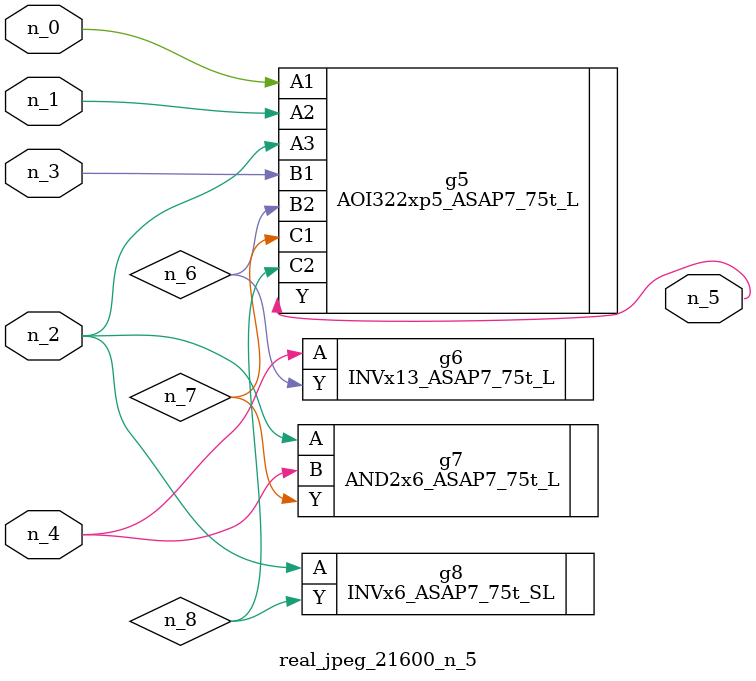
<source format=v>
module real_jpeg_21600_n_5 (n_4, n_0, n_1, n_2, n_3, n_5);

input n_4;
input n_0;
input n_1;
input n_2;
input n_3;

output n_5;

wire n_8;
wire n_6;
wire n_7;

AOI322xp5_ASAP7_75t_L g5 ( 
.A1(n_0),
.A2(n_1),
.A3(n_2),
.B1(n_3),
.B2(n_6),
.C1(n_7),
.C2(n_8),
.Y(n_5)
);

AND2x6_ASAP7_75t_L g7 ( 
.A(n_2),
.B(n_4),
.Y(n_7)
);

INVx6_ASAP7_75t_SL g8 ( 
.A(n_2),
.Y(n_8)
);

INVx13_ASAP7_75t_L g6 ( 
.A(n_4),
.Y(n_6)
);


endmodule
</source>
